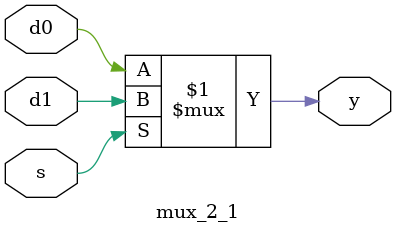
<source format=sv>
`timescale 1ns / 1ps

module mux_2_1
    (
    input wire d0,     
    input wire d1,     
    input wire s,      
    output wire y      
);
    assign y = s ? d1 : d0;
endmodule


// Using tri state buffer -----------------------------------------------------------------------------------------------------------------------------------------

 // logic buf0_out, buf1_out;

   
   // tristate_buffer buf0 (
        // .data_in(D0),
       // .enable(~S),      
      // .data_out(buf0_out)
   // );

    // tristate_buffer buf1 (
       // .data_in(D1),
       // .enable(S),        
       // .data_out(buf1_out)
   // );

//    assign Y = (buf0_out !== 1'bz) ? buf0_out : buf1_out;

// endmodule

// module tristate_buffer (
    // input logic data_in,      
    // input logic enable,       
    // output logic data_out     
// );
    // assign data_out = (enable) ? data_in : 1'bz; 
// endmodule

</source>
